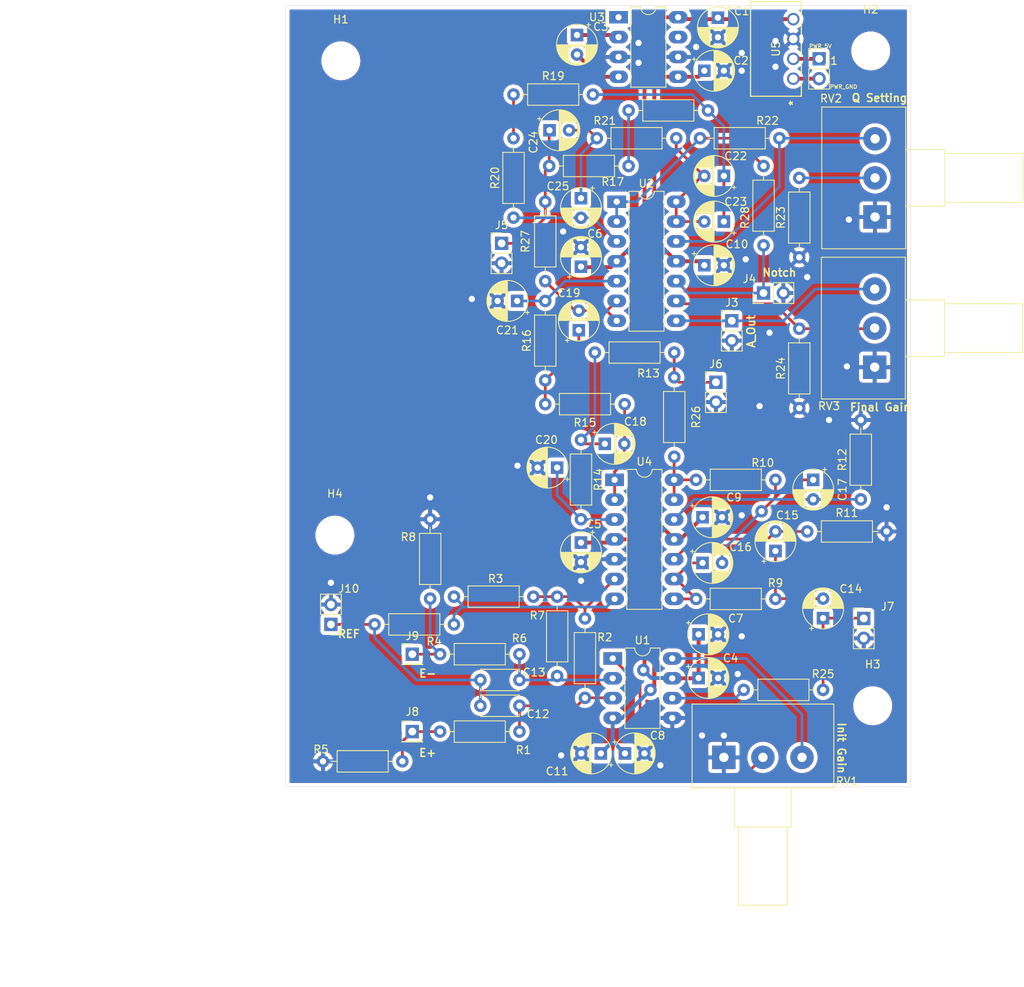
<source format=kicad_pcb>
(kicad_pcb (version 20240108) (generator "pcbnew") (generator_version "8.0")
  (layers (0 "F.Cu" signal) (31 "B.Cu" signal) (34 "B.Paste" user) (35 "F.Paste" user) (36 "B.SilkS" user "B.Silkscreen") (37 "F.SilkS" user "F.Silkscreen") (38 "B.Mask" user) (39 "F.Mask" user) (44 "Edge.Cuts" user))
  (net 0 "")
  (net 1 "GND")
  (net 2 "+5V")
  (net 3 "-5V")
  (net 4 "/C1+")
  (net 5 "/C1-")
  (net 6 "/REF")
  (net 7 "/RC+")
  (net 8 "/RC-")
  (net 9 "/Raw_EEG")
  (net 10 "/1st_HPF_N1")
  (net 11 "/HPF1+")
  (net 12 "/2nd_HPF_N2")
  (net 13 "/1stHPF_Out")
  (net 14 "/HPF2+")
  (net 15 "/1stLPF_Out")
  (net 16 "/1st_LPF_N1")
  (net 17 "/2nd_LPF_N2")
  (net 18 "/Notch_N3")
  (net 19 "/LPF_Out")
  (net 20 "/Notch_N4")
  (net 21 "/E-")
  (net 22 "/E+")
  (net 23 "/Analog_Out")
  (net 24 "/Notch_Out")
  (net 25 "/HPF_Out")
  (net 26 "/DRL_Av")
  (net 27 "/DRL_Out")
  (net 28 "/Notch_N1")
  (net 29 "/Notch_N2")
  (net 30 "/Inst_Out")
  (net 33 "/2ndLPF_Out")
  (net 34 "/Q_Opa_Out2")
  (net 35 "/Notch_N5")
  (net 36 "/2ndHPF_Out")
  (net 37 "/Q_Opa_Out1")
  (net 38 "/notch_Pot+")
  (net 39 "/notch_Pot-")
  (net 40 "/Gain-")
  (net 41 "Net-(RV1-Pad2)")
  (net 42 "Net-(RV1-Pad3)")
  (net 43 "/LPF1+")
  (net 44 "/LPF2+")
  (net 45 "GNDPWR")
  (net 46 "+5VP")
  (footprint "B0505S-1WR2:B0505S-1WR2_MNS" (layer "F.Cu") (at 204.978 54.356 90)
    (property "Reference" "U5")
    (property "Value" "B0505S-1WR2")
  )
  (footprint "Capacitor_THT:CP_Radial_D5.0mm_P2.50mm" (layer "F.Cu") (at 193.588 53.34)
    (property "Reference" "C2")
    (property "Value" "10uF")
  )
  (footprint "Resistor_THT:R_Axial_DIN0207_L6.3mm_D2.5mm_P10.16mm_Horizontal" (layer "F.Cu") (at 169.926 128.016 180)
    (property "Reference" "R6")
    (property "Value" "2k2")
  )
  (footprint "Capacitor_THT:CP_Radial_D5.0mm_P2.50mm" (layer "F.Cu") (at 177.8 78.421113 90)
    (property "Reference" "C6")
    (property "Value" "0.1uF")
  )
  (footprint "Resistor_THT:R_Axial_DIN0207_L6.3mm_D2.5mm_P10.16mm_Horizontal" (layer "F.Cu") (at 179.832 61.976)
    (property "Reference" "R21")
    (property "Value" "680")
  )
  (footprint "Capacitor_THT:CP_Radial_D5.0mm_P2.50mm" (layer "F.Cu") (at 177.8 113.729888 -90)
    (property "Reference" "C5")
    (property "Value" "0.1uF")
  )
  (footprint "Capacitor_THT:CP_Radial_D5.0mm_P2.50mm" (layer "F.Cu") (at 208.788 123.404 90)
    (property "Reference" "C14")
    (property "Value" "1uF")
  )
  (footprint "Package_DIP:DIP-14_W7.62mm_LongPads" (layer "F.Cu") (at 182.372 70.104)
    (property "Reference" "U2")
    (property "Value" "TL074")
  )
  (footprint "Resistor_THT:R_Axial_DIN0207_L6.3mm_D2.5mm_P10.16mm_Horizontal" (layer "F.Cu") (at 173.228 92.964 90)
    (property "Reference" "R16")
    (property "Value" "330")
  )
  (footprint "Potentiometer_THT:Potentiometer_Alps_RK163_Single_Horizontal" (layer "F.Cu") (at 196.088 141.224 90)
    (property "Reference" "RV1")
    (property "Value" "5k")
  )
  (footprint "Resistor_THT:R_Axial_DIN0207_L6.3mm_D2.5mm_P10.16mm_Horizontal" (layer "F.Cu") (at 189.738 89.408 180)
    (property "Reference" "R13")
    (property "Value" "5k1")
  )
  (footprint "Resistor_THT:R_Axial_DIN0207_L6.3mm_D2.5mm_P10.16mm_Horizontal" (layer "F.Cu") (at 158.496 120.904 90)
    (property "Reference" "R8")
    (property "Value" "1Meg")
  )
  (footprint "Resistor_THT:R_Axial_DIN0207_L6.3mm_D2.5mm_P10.16mm_Horizontal" (layer "F.Cu") (at 213.614 108.204 90)
    (property "Reference" "R12")
    (property "Value" "220k")
  )
  (footprint "MountingHole:MountingHole_4.3mm_M4" (layer "F.Cu") (at 214.884 50.8)
    (property "Reference" "H2")
    (property "Value" "MountingHole")
  )
  (footprint "Resistor_THT:R_Axial_DIN0207_L6.3mm_D2.5mm_P10.16mm_Horizontal" (layer "F.Cu") (at 201.168 75.692 90)
    (property "Reference" "R28")
    (property "Value" "10")
  )
  (footprint "Resistor_THT:R_Axial_DIN0207_L6.3mm_D2.5mm_P10.16mm_Horizontal" (layer "F.Cu") (at 194.056 58.42 180)
    (property "Reference" "R18" (hide yes))
    (property "Value" "470")
  )
  (footprint "Connector_PinHeader_2.54mm:PinHeader_1x01_P2.54mm_Vertical" (layer "F.Cu") (at 156.21 128.016)
    (property "Reference" "J9")
    (property "Value" "E-")
  )
  (footprint "Capacitor_THT:CP_Radial_D5.0mm_P2.50mm" (layer "F.Cu") (at 193.358888 116.332)
    (property "Reference" "C16")
    (property "Value" "1uF")
  )
  (footprint "Connector_PinHeader_2.54mm:PinHeader_1x02_P2.54mm_Vertical" (layer "F.Cu") (at 208.28 51.816)
    (property "Reference" "J1")
    (property "Value" "Power")
  )
  (footprint "Capacitor_THT:CP_Radial_D5.0mm_P2.50mm" (layer "F.Cu") (at 193.358888 110.49)
    (property "Reference" "C9")
    (property "Value" "0.1uF")
  )
  (footprint "Capacitor_THT:CP_Radial_D5.0mm_P2.50mm" (layer "F.Cu") (at 195.326 46.546888 -90)
    (property "Reference" "C1")
    (property "Value" "10uF")
  )
  (footprint "Potentiometer_THT:Potentiometer_Alps_RK163_Single_Horizontal" (layer "F.Cu") (at 215.392 91.28 180)
    (property "Reference" "RV3")
    (property "Value" "50k")
  )
  (footprint "Capacitor_THT:CP_Radial_D5.0mm_P2.50mm" (layer "F.Cu") (at 180.848 101.092)
    (property "Reference" "C18")
    (property "Value" "10uF")
  )
  (footprint "Resistor_THT:R_Axial_DIN0207_L6.3mm_D2.5mm_P10.16mm_Horizontal" (layer "F.Cu") (at 202.692 105.704 180)
    (property "Reference" "R10")
    (property "Value" "100k")
  )
  (footprint "Connector_PinHeader_2.54mm:PinHeader_1x02_P2.54mm_Vertical" (layer "F.Cu") (at 195.072 93.213)
    (property "Reference" "J6")
    (property "Value" "HPF_Out")
  )
  (footprint "Capacitor_THT:CP_Radial_D5.0mm_P2.50mm" (layer "F.Cu") (at 192.850888 125.476)
    (property "Reference" "C7")
    (property "Value" "10uF")
  )
  (footprint "Resistor_THT:R_Axial_DIN0207_L6.3mm_D2.5mm_P10.16mm_Horizontal" (layer "F.Cu") (at 206.756 112.308)
    (property "Reference" "R11")
    (property "Value" "220k")
  )
  (footprint "Connector_PinHeader_2.54mm:PinHeader_1x02_P2.54mm_Vertical" (layer "F.Cu") (at 201.163 81.788 90)
    (property "Reference" "J4")
    (property "Value" "Notch_Out")
  )
  (footprint "Capacitor_THT:CP_Radial_D5.0mm_P2.50mm" (layer "F.Cu") (at 180.34 140.716 180)
    (property "Reference" "C11")
    (property "Value" "10uF")
  )
  (footprint "Resistor_THT:R_Axial_DIN0207_L6.3mm_D2.5mm_P10.16mm_Horizontal" (layer "F.Cu") (at 178.308 133.604 90)
    (property "Reference" "R2")
    (property "Value" "47k")
  )
  (footprint "Capacitor_THT:CP_Radial_D5.0mm_P2.50mm" (layer "F.Cu") (at 177.292 48.768 -90)
    (property "Reference" "C3")
    (property "Value" "10uF")
  )
  (footprint "Connector_PinHeader_2.54mm:PinHeader_1x01_P2.54mm_Vertical" (layer "F.Cu") (at 156.21 137.922)
    (property "Reference" "J8")
    (property "Value" "E+")
  )
  (footprint "MountingHole:MountingHole_4.3mm_M4" (layer "F.Cu") (at 146.304 112.776)
    (property "Reference" "H4")
    (property "Value" "MountingHole")
  )
  (footprint "Capacitor_THT:CP_Radial_D5.0mm_P2.50mm" (layer "F.Cu") (at 196.088 66.802 180)
    (property "Reference" "C22")
    (property "Value" "2.2uF")
  )
  (footprint "Capacitor_THT:CP_Radial_D5.0mm_P2.50mm" (layer "F.Cu") (at 202.692 114.808 90)
    (property "Reference" "C15")
    (property "Value" "1uF")
  )
  (footprint "Resistor_THT:R_Axial_DIN0207_L6.3mm_D2.5mm_P10.16mm_Horizontal" (layer "F.Cu") (at 202.692 120.944 180)
    (property "Reference" "R9")
    (property "Value" "100k")
  )
  (footprint "Capacitor_THT:CP_Radial_D5.0mm_P2.50mm" (layer "F.Cu") (at 173.776 60.96)
    (property "Reference" "C24")
    (property "Value" "2.2uF")
  )
  (footprint "Connector_PinHeader_2.54mm:PinHeader_1x02_P2.54mm_Vertical" (layer "F.Cu") (at 213.995 123.444)
    (property "Reference" "J7")
    (property "Value" "Raw_EEG")
  )
  (footprint "Package_DIP:DIP-8_W7.62mm_LongPads" (layer "F.Cu") (at 182.611 46.492)
    (property "Reference" "U3")
    (property "Value" "ICL7660")
  )
  (footprint "Resistor_THT:R_Axial_DIN0207_L6.3mm_D2.5mm_P10.16mm_Horizontal" (layer "F.Cu") (at 183.896 65.532 180)
    (property "Reference" "R17")
    (property "Value" "1k")
  )
  (footprint "Capacitor_THT:CP_Radial_D5.0mm_P2.50mm" (layer "F.Cu") (at 183.428 140.716)
    (property "Reference" "C8")
    (property "Value" "0.1uF")
  )
  (footprint "Capacitor_THT:CP_Radial_D5.0mm_P2.50mm" (layer "F.Cu") (at 192.850888 131.064)
    (property "Reference" "C4")
    (property "Value" "0.1uF")
  )
  (footprint "Resistor_THT:R_Axial_DIN0207_L6.3mm_D2.5mm_P10.16mm_Horizontal" (layer "F.Cu") (at 205.74 77.216 90)
    (property "Reference" "R23")
    (property "Value" "300k")
  )
  (footprint "Capacitor_THT:CP_Radial_D5.0mm_P2.50mm" (layer "F.Cu") (at 174.752 104.14 180)
    (property "Reference" "C20")
    (property "Value" "1uF")
  )
  (footprint "Capacitor_THT:CP_Radial_D5.0mm_P2.50mm" (layer "F.Cu") (at 169.632 82.804 180)
    (property "Reference" "C21")
    (property "Value" "1uF")
  )
  (footprint "Resistor_THT:R_Axial_DIN0207_L6.3mm_D2.5mm_P10.16mm_Horizontal" (layer "F.Cu") (at 189.738 102.743 90)
    (property "Reference" "R26")
    (property "Value" "10")
  )
  (footprint "Package_DIP:DIP-8_W7.62mm_LongPads" (layer "F.Cu") (at 181.864 128.564)
    (property "Reference" "U1")
    (property "Value" "AD620")
  )
  (footprint "Resistor_THT:R_Axial_DIN0207_L6.3mm_D2.5mm_P10.16mm_Horizontal" (layer "F.Cu") (at 169.164 56.388)
    (property "Reference" "R19")
    (property "Value" "1k")
  )
  (footprint "MountingHole:MountingHole_4.3mm_M4" (layer "F.Cu") (at 147.066 52.07)
    (property "Reference" "H1")
    (property "Value" "MountingHole")
  )
  (footprint "Capacitor_THT:C_Disc_D4.7mm_W2.5mm_P5.00mm" (layer "F.Cu") (at 169.926 131.318 180)
    (property "Reference" "C13")
    (property "Value" "1nF")
  )
  (footprint "Capacitor_THT:C_Disc_D4.7mm_W2.5mm_P5.00mm" (layer "F.Cu") (at 169.926 134.62 180)
    (property "Reference" "C12")
    (property "Value" "1nF")
  )
  (footprint "Resistor_THT:R_Axial_DIN0207_L6.3mm_D2.5mm_P10.16mm_Horizontal" (layer "F.Cu") (at 203.2 61.976 180)
    (property "Reference" "R22")
    (property "Value" "20k")
  )
  (footprint "Resistor_THT:R_Axial_DIN0207_L6.3mm_D2.5mm_P10.16mm_Horizontal" (layer "F.Cu") (at 183.388 96.012 180)
    (property "Reference" "R15")
    (property "Value" "5k1")
  )
  (footprint "Connector_PinHeader_2.54mm:PinHeader_1x02_P2.54mm_Vertical" (layer "F.Cu") (at 167.64 75.433)
    (property "Reference" "J5")
    (property "Value" "LPF_Out")
  )
  (footprint "Capacitor_THT:CP_Radial_D5.0mm_P2.50mm" (layer "F.Cu") (at 177.8 69.660888 -90)
    (property "Reference" "C25")
    (property "Value" "2.2uF")
  )
  (footprint "Resistor_THT:R_Axial_DIN0207_L6.3mm_D2.5mm_P10.16mm_Horizontal" (layer "F.Cu") (at 169.926 137.922 180)
    (property "Reference" "R1")
    (property "Value" "2k2")
  )
  (footprint "Resistor_THT:R_Axial_DIN0207_L6.3mm_D2.5mm_P10.16mm_Horizontal" (layer "F.Cu") (at 177.8 100.584 -90)
    (property "Reference" "R14")
    (property "Value" "330")
  )
  (footprint "Capacitor_THT:CP_Radial_D5.0mm_P2.50mm" (layer "F.Cu") (at 193.588 78.232)
    (property "Reference" "C10")
    (property "Value" "0.1uF")
  )
  (footprint "Capacitor_THT:CP_Radial_D5.0mm_P2.50mm" (layer "F.Cu") (at 177.521112 86.549113 90)
    (property "Reference" "C19")
    (property "Value" "10uF")
  )
  (footprint "Resistor_THT:R_Axial_DIN0207_L6.3mm_D2.5mm_P10.16mm_Horizontal" (layer "F.Cu") (at 161.544 124.206 180)
    (property "Reference" "R4")
    (property "Value" "470k")
  )
  (footprint "Connector_PinHeader_2.54mm:PinHeader_1x02_P2.54mm_Vertical" (layer "F.Cu") (at 197.104 85.344)
    (property "Reference" "J3")
    (property "Value" "Output")
  )
  (footprint "Resistor_THT:R_Axial_DIN0207_L6.3mm_D2.5mm_P10.16mm_Horizontal" (layer "F.Cu") (at 173.228 70.104 -90)
    (property "Reference" "R27")
    (property "Value" "10")
  )
  (footprint "Capacitor_THT:CP_Radial_D5.0mm_P2.50mm" (layer "F.Cu") (at 196.088 72.644 180)
    (property "Reference" "C23")
    (property "Value" "2.2uF")
  )
  (footprint "Resistor_THT:R_Axial_DIN0207_L6.3mm_D2.5mm_P10.16mm_Horizontal" (layer "F.Cu") (at 208.788 132.588 180)
    (property "Reference" "R25")
    (property "Value" "10")
  )
  (footprint "Resistor_THT:R_Axial_DIN0207_L6.3mm_D2.5mm_P10.16mm_Horizontal" (layer "F.Cu") (at 169.164 72.136 90)
    (property "Reference" "R20")
    (property "Value" "470")
  )
  (footprint "Resistor_THT:R_Axial_DIN0207_L6.3mm_D2.5mm_P10.16mm_Horizontal" (layer "F.Cu") (at 171.704 120.65 180)
    (property "Reference" "R3")
    (property "Value" "680k")
  )
  (footprint "Resistor_THT:R_Axial_DIN0207_L6.3mm_D2.5mm_P10.16mm_Horizontal" (layer "F.Cu") (at 174.752 130.81 90)
    (property "Reference" "R7")
    (property "Value" "47k")
  )
  (footprint "Resistor_THT:R_Axial_DIN0207_L6.3mm_D2.5mm_P10.16mm_Horizontal" (layer "F.Cu") (at 154.94 141.732 180)
    (property "Reference" "R5")
    (property "Value" "1Meg")
  )
  (footprint "Package_DIP:DIP-14_W7.62mm_LongPads" (layer "F.Cu") (at 182.103 105.699)
    (property "Reference" "U4")
    (property "Value" "TL074")
  )
  (footprint "Connector_PinHeader_2.54mm:PinHeader_1x02_P2.54mm_Vertical" (layer "F.Cu") (at 145.796 124.206 180)
    (property "Reference" "J10")
    (property "Value" "Conn_01x02_Pin")
  )
  (footprint "Capacitor_THT:CP_Radial_D5.0mm_P2.50mm" (layer "F.Cu") (at 207.518 105.704 -90)
    (property "Reference" "C17")
    (property "Value" "1uF")
  )
  (footprint "Potentiometer_THT:Potentiometer_Alps_RK163_Single_Horizontal" (layer "F.Cu") (at 215.438 72.056 180)
    (property "Reference" "RV2")
    (property "Value" "500k")
  )
  (footprint "MountingHole:MountingHole_4.3mm_M4" (layer "F.Cu") (at 215.138 134.62)
    (property "Reference" "H3")
    (property "Value" "MountingHole")
  )
  (footprint "Resistor_THT:R_Axial_DIN0207_L6.3mm_D2.5mm_P10.16mm_Horizontal" (layer "F.Cu") (at 205.74 96.52 90)
    (property "Reference" "R24")
    (property "Value" "200")
  )
  (gr_line (start 220 145) (end 220 45) (stroke (width 0.05)) (layer "Edge.Cuts"))
  (gr_line (start 140 45) (end 140 145) (stroke (width 0.05)) (layer "Edge.Cuts"))
  (gr_line (start 220 45) (end 140 45) (stroke (width 0.05)) (layer "Edge.Cuts"))
  (gr_line (start 140 145) (end 220 145) (stroke (width 0.05)) (layer "Edge.Cuts"))
  (gr_text "Init Gain" (at 210.566 136.652 270) (layer "F.SilkS") (effects (font (size 1 1) (thickness 0.2) (bold yes)) (justify left bottom)))
  (gr_text "E-" (at 156.972 131.064 0) (layer "F.SilkS") (effects (font (size 1 1) (thickness 0.2) (bold yes)) (justify left bottom)))
  (gr_text "Final Gain" (at 212.114 96.994 0) (layer "F.SilkS") (effects (font (size 1 1) (thickness 0.2) (bold yes)) (justify left bottom)))
  (gr_text "E+" (at 156.972 141.224 0) (layer "F.SilkS") (effects (font (size 1 1) (thickness 0.2) (bold yes)) (justify left bottom)))
  (gr_text "Q Setting" (at 212.344 57.404 0) (layer "F.SilkS") (effects (font (size 1 1) (thickness 0.2) (bold yes)) (justify left bottom)))
  (gr_text "PWR_GND" (at 209.61 55.686 0) (layer "F.SilkS") (effects (font (size 0.5 0.5) (thickness 0.1)) (justify left bottom)))
  (gr_text "PWR_5V\n" (at 206.95 50.486 0) (layer "F.SilkS") (effects (font (size 0.5 0.5) (thickness 0.1)) (justify left bottom)))
  (gr_text "Notch" (at 200.914 79.756 0) (layer "F.SilkS") (effects (font (size 1 1) (thickness 0.2) (bold yes)) (justify left bottom)))
  (gr_text "A_Out" (at 200.152 88.9 90) (layer "F.SilkS") (effects (font (size 1 1) (thickness 0.2) (bold yes)) (justify left bottom)))
  (gr_text "REF" (at 146.58 126.006 0) (layer "F.SilkS") (effects (font (size 1 1) (thickness 0.2) (bold yes)) (justify left bottom)))
  (via (at 209.55 98.044) (size 1.6) (drill 0.8) (layers "F.Cu" "B.Cu") (net 1))
  (via (at 158.496 107.95) (size 1.6) (drill 0.8) (layers "F.Cu" "B.Cu") (net 1))
  (via (at 201.93 86.868) (size 1.6) (drill 0.8) (layers "F.Cu" "B.Cu") (net 1))
  (via (at 211.836 91.186) (size 1.6) (drill 0.8) (layers "F.Cu" "B.Cu") (net 1))
  (via (at 185.166 49.784) (size 1.6) (drill 0.8) (layers "F.Cu" "B.Cu") (net 1))
  (via (at 187.96 142.24) (size 1.6) (drill 0.8) (layers "F.Cu" "B.Cu") (net 1))
  (via (at 145.796 118.872) (size 1.6) (drill 0.8) (layers "F.Cu" "B.Cu") (net 1))
  (via (at 198.374 125.73) (size 1.6) (drill 0.8) (layers "F.Cu" "B.Cu") (net 1))
  (via (at 192.532 50.292) (size 1.6) (drill 0.8) (layers "F.Cu" "B.Cu") (net 1))
  (via (at 197.866 130.556) (size 1.6) (drill 0.8) (layers "F.Cu" "B.Cu") (net 1))
  (via (at 169.672 103.886) (size 1.6) (drill 0.8) (layers "F.Cu" "B.Cu") (net 1))
  (via (at 193.294 138.43) (size 1.6) (drill 0.8) (layers "F.Cu" "B.Cu") (net 1))
  (via (at 163.83 82.55) (size 1.6) (drill 0.8) (layers "F.Cu" "B.Cu") (net 1))
  (via (at 175.26 140.97) (size 1.6) (drill 0.8) (layers "F.Cu" "B.Cu") (net 1))
  (via (at 198.374 110.236) (size 1.6) (drill 0.8) (layers "F.Cu" "B.Cu") (net 1))
  (via (at 198.882 77.47) (size 1.6) (drill 0.8) (layers "F.Cu" "B.Cu") (net 1))
  (via (at 198.374 51.054) (size 1.6) (drill 0.8) (layers "F.Cu" "B.Cu") (net 1))
  (via (at 216.916 109.22) (size 1.6) (drill 0.8) (layers "F.Cu" "B.Cu") (net 1))
  (via (at 196.088 138.43) (size 1.6) (drill 0.8) (layers "F.Cu" "B.Cu") (net 1))
  (via (at 200.66 96.266) (size 1.6) (drill 0.8) (layers "F.Cu" "B.Cu") (net 1))
  (via (at 202.692 49.53) (size 1.6) (drill 0.8) (layers "F.Cu" "B.Cu") (net 1))
  (via (at 175.514 73.914) (size 1.6) (drill 0.8) (layers "F.Cu" "B.Cu") (net 1))
  (via (at 206.756 79.756) (size 1.6) (drill 0.8) (layers "F.Cu" "B.Cu") (net 1))
  (via (at 202.692 52.832) (size 1.6) (drill 0.8) (layers "F.Cu" "B.Cu") (net 1))
  (via (at 198.374 53.34) (size 1.6) (drill 0.8) (layers "F.Cu" "B.Cu") (net 1))
  (via (at 212.09 72.39) (size 1.6) (drill 0.8) (layers "F.Cu" "B.Cu") (net 1))
  (via (at 177.8 118.618) (size 1.6) (drill 0.8) (layers "F.Cu" "B.Cu") (net 1))
  (via (at 185.166 52.324) (size 1.6) (drill 0.8) (layers "F.Cu" "B.Cu") (net 1))
  (segment (start 185.166 52.324) (end 185.156 52.324) (width 0.5) (layer "B.Cu") (net 1))
  (segment (start 185.156 52.324) (end 184.404 51.572) (width 0.5) (layer "B.Cu") (net 1))
  (segment (start 185.166 52.324) (end 185.42 52.07) (width 0.5) (layer "B.Cu") (net 1))
  (segment (start 185.42 52.07) (end 185.43 52.07) (width 0.5) (layer "B.Cu") (net 1))
  (segment (start 185.928 51.572) (end 190.231 51.572) (width 0.5) (layer "B.Cu") (net 1))
  (segment (start 182.611 51.572) (end 184.404 51.572) (width 0.5) (layer "B.Cu") (net 1))
  (segment (start 184.404 51.572) (end 185.928 51.572) (width 0.5) (layer "B.Cu") (net 1))
  (segment (start 185.43 52.07) (end 185.928 51.572) (width 0.5) (layer "B.Cu") (net 1))
  (segment (start 192.810888 131.104) (end 192.850888 131.064) (width 0.5) (layer "F.Cu") (net 2))
  (segment (start 182.103 113.319) (end 184.623 113.319) (width 0.5) (layer "F.Cu") (net 2))
  (segment (start 177.8 113.729888) (end 181.692112 113.729888) (width 0.5) (layer "F.Cu") (net 2))
  (segment (start 204.978 46.736) (end 190.475 46.736) (width 0.5) (layer "F.Cu") (net 2))
  (segment (start 181.61 78.486) (end 182.372 77.724) (width 0.5) (layer "F.Cu") (net 2))
  (segment (start 177.864887 78.486) (end 181.61 78.486) (width 0.5) (layer "F.Cu") (net 2))
  (segment (start 177.8 78.421113) (end 177.864887 78.486) (width 0.5) (layer "F.Cu") (net 2))
  (segment (start 185.928 53.541899) (end 185.928 74.168) (width 0.5) (layer "F.Cu") (net 2))
  (segment (start 182.372 77.724) (end 185.928 74.168) (width 0.5) (layer "F.Cu") (net 2))
  (segment (start 189.484 131.104) (end 192.810888 131.104) (width 0.5) (layer "F.Cu") (net 2))
  (segment (start 186.566 47.876) (end 186.566 52.903899) (width 0.5) (layer "F.Cu") (net 2))
  (segment (start 185.786 130.048) (end 185.928 129.906) (width 0.5) (layer "F.Cu") (net 2))
  (segment (start 192.850888 131.064) (end 192.850888 125.476) (width 0.5) (layer "F.Cu") (net 2))
  (segment (start 186.566 52.903899) (end 185.928 53.541899) (width 0.5) (layer "F.Cu") (net 2))
  (segment (start 190.475 46.736) (end 190.231 46.492) (width 0.5) (layer "F.Cu") (net 2))
  (segment (start 185.928 74.168) (end 185.928 112.014) (width 0.5) (layer "F.Cu") (net 2))
  (segment (start 187.95 46.492) (end 186.566 47.876) (width 0.5) (layer "F.Cu") (net 2))
  (segment (start 181.692112 113.729888) (end 182.103 113.319) (width 0.5) (layer "F.Cu") (net 2))
  (segment (start 185.928 129.906) (end 185.928 112.014) (width 0.5) (layer "F.Cu") (net 2))
  (segment (start 184.623 113.319) (end 185.928 112.014) (width 0.5) (layer "F.Cu") (net 2))
  (segment (start 190.231 46.492) (end 187.95 46.492) (width 0.5) (layer "F.Cu") (net 2))
  (via (at 185.786 130.048) (size 1.6) (drill 0.8) (layers "F.Cu" "B.Cu") (net 2))
  (segment (start 189.444 131.064) (end 189.484 131.104) (width 0.5) (layer "B.Cu") (net 2))
  (segment (start 185.786 130.048) (end 186.802 131.064) (width 0.5) (layer "B.Cu") (net 2))
  (segment (start 186.802 131.064) (end 189.444 131.064) (width 0.5) (layer "B.Cu") (net 2))
  (segment (start 189.723 113.319) (end 190.529888 113.319) (width 0.5) (layer "F.Cu") (net 3))
  (segment (start 190.529888 113.319) (end 193.358888 110.49) (width 0.5) (layer "F.Cu") (net 3))
  (segment (start 189.723 113.281) (end 187.186 110.744) (width 0.5) (layer "F.Cu") (net 3))
  (segment (start 189.992 77.724) (end 187.198 74.93) (width 0.5) (layer "F.Cu") (net 3))
  (segment (start 187.186 130.81) (end 187.186 129.806) (width 0.5) (layer "F.Cu") (net 3))
  (segment (start 187.198 74.93) (end 187.186 74.93) (width 0.5) (layer "F.Cu") (net 3))
  (segment (start 187.186 74.93) (end 187.186 110.744) (width 0.5) (layer "F.Cu") (net 3))
  (segment (start 187.452 55.118) (end 187.186 55.384) (width 0.5) (layer "F.Cu") (net 3))
  (segment (start 193.08 77.724) (end 193.588 78.232) (width 0.5) (layer "F.Cu") (net 3))
  (segment (start 187.452 55.118) (end 187.462 55.118) (width 0.5) (layer "F.Cu") (net 3))
  (segment (start 187.186 129.806) (end 187.186 132.092) (width 0.5) (layer "F.Cu") (net 3))
  (segment (start 190.231 54.112) (end 192.816 54.112) (width 0.5) (layer "F.Cu") (net 3))
  (segment (start 187.186 55.384) (end 187.186 74.93) (width 0.5) (layer "F.Cu") (net 3))
  (segment (start 189.723 113.319) (end 189.723 113.281) (width 0.5) (layer "F.Cu") (net 3))
  (segment (start 187.186 110.744) (end 187.186 130.81) (width 0.5) (layer "F.Cu") (net 3))
  (segment (start 192.816 54.112) (end 193.588 53.34) (width 0.5) (layer "F.Cu") (net 3))
  (segment (start 187.462 55.118) (end 188.468 54.112) (width 0.5) (layer "F.Cu") (net 3))
  (segment (start 189.992 77.724) (end 193.08 77.724) (width 0.5) (layer "F.Cu") (net 3))
  (segment (start 190.231 54.112) (end 188.468 54.112) (width 0.5) (layer "F.Cu") (net 3))
  (segment (start 187.186 132.092) (end 186.69 132.588) (width 0.5) (layer "F.Cu") (net 3))
  (via (at 186.69 132.588) (size 1.6) (drill 0.8) (layers "F.Cu" "B.Cu") (net 3))
  (segment (start 181.864 136.184) (end 181.864 139.192) (width 0.5) (layer "B.Cu") (net 3))
  (segment (start 183.388 140.716) (end 183.428 140.716) (width 0.5) (layer "B.Cu") (net 3))
  (segment (start 180.34 140.716) (end 181.864 139.192) (width 0.5) (layer "B.Cu") (net 3))
  (segment (start 181.864 136.184) (end 183.094 136.184) (width 0.5) (layer "B.Cu") (net 3))
  (segment (start 181.864 139.192) (end 183.388 140.716) (width 0.5) (layer "B.Cu") (net 3))
  (segment (start 183.094 136.184) (end 186.69 132.588) (width 0.5) (layer "B.Cu") (net 3))
  (segment (start 182.347 48.768) (end 182.611 49.032) (width 0.5) (layer "F.Cu") (net 4))
  (segment (start 177.292 48.768) (end 182.347 48.768) (width 0.5) (layer "F.Cu") (net 4))
  (segment (start 180.136 54.112) (end 177.292 51.268) (width 0.5) (layer "F.Cu") (net 5))
  (segment (start 182.611 54.112) (end 180.136 54.112) (width 0.5) (layer "F.Cu") (net 5))
  (segment (start 145.796 124.206) (end 151.384 124.206) (width 0.35) (layer "F.Cu") (net 6))
  (segment (start 164.926 131.318) (end 156.762 131.318) (width 0.35) (layer "B.Cu") (net 6))
  (segment (start 164.926 131.318) (end 164.926 134.62) (width 0.35) (layer "B.Cu") (net 6))
  (segment (start 156.762 131.318) (end 151.384 125.94) (width 0.35) (layer "B.Cu") (net 6))
  (segment (start 151.384 125.94) (end 151.384 124.206) (width 0.35) (layer "B.Cu") (net 6))
  (segment (start 169.926 134.62) (end 177.292 134.62) (width 0.35) (layer "F.Cu") (net 7))
  (segment (start 181.824 133.604) (end 181.864 133.644) (width 0.35) (layer "F.Cu") (net 7))
  (segment (start 169.926 137.922) (end 169.926 134.62) (width 0.35) (layer "F.Cu") (net 7))
  (segment (start 178.308 133.604) (end 181.824 133.604) (width 0.35) (layer "F.Cu") (net 7))
  (segment (start 177.292 134.62) (end 178.308 133.604) (width 0.35) (layer "F.Cu") (net 7))
  (segment (start 175.514 131.318) (end 181.65 131.318) (width 0.35) (layer "B.Cu") (net 8))
  (segment (start 169.926 131.318) (end 175.514 131.318) (width 0.35) (layer "B.Cu") (net 8))
  (segment (start 175.514 131.318) (end 175.26 131.318) (width 0.35) (layer "B.Cu") (net 8))
  (segment (start 175.26 131.318) (end 174.752 130.81) (width 0.35) (layer "B.Cu") (net 8))
  (segment (start 181.65 131.318) (end 181.864 131.104) (width 0.35) (layer "B.Cu") (net 8))
  (segment (start 169.926 128.016) (end 169.926 131.318) (width 0.35) (layer "B.Cu") (net 8))
  (segment (start 208.788 132.588) (end 208.788 123.404) (width 0.35) (layer "F.Cu") (net 9))
  (segment (start 213.955 123.404) (end 213.995 123.444) (width 0.35) (layer "F.Cu") (net 9))
  (segment (start 208.788 123.404) (end 213.955 123.404) (width 0.35) (layer "F.Cu") (net 9))
  (segment (start 208.788 120.904) (end 202.732 120.904) (width 0.35) (layer "F.Cu") (net 10))
  (segment (start 202.732 120.904) (end 202.692 120.944) (width 0.35) (layer "F.Cu") (net 10))
  (segment (start 202.692 120.944) (end 202.692 114.808) (width 0.35) (layer "F.Cu") (net 10))
  (segment (start 189.723 115.859) (end 192.298 113.284) (width 0.35) (layer "F.Cu") (net 11))
  (segment (start 202.692 112.308) (end 206.756 112.308) (width 0.35) (layer "F.Cu") (net 11))
  (segment (start 192.298 113.284) (end 201.716 113.284) (width 0.35) (layer "F.Cu") (net 11))
  (segment (start 201.716 113.284) (end 202.692 112.308) (width 0.35) (layer "F.Cu") (net 11))
  (segment (start 202.692 107.95) (end 202.692 105.704) (width 0.35) (layer "F.Cu") (net 12))
  (segment (start 200.914 109.728) (end 202.692 107.95) (width 0.35) (layer "F.Cu") (net 12))
  (segment (start 204.938 105.704) (end 207.518 105.704) (width 0.35) (layer "F.Cu") (net 12))
  (segment (start 202.692 107.95) (end 204.938 105.704) (width 0.35) (layer "F.Cu") (net 12))
  (via (at 200.914 109.728) (size 1.6) (drill 0.8) (layers "F.Cu" "B.Cu") (net 12))
  (segment (start 195.858888 114.783112) (end 200.914 109.728) (width 0.35) (layer "B.Cu") (net 12))
  (segment (start 195.858888 116.332) (end 195.858888 114.783112) (width 0.35) (layer "B.Cu") (net 12))
  (segment (start 191.79 116.332) (end 189.723 118.399) (width 0.35) (layer "F.Cu") (net 13))
  (segment (start 193.358888 116.332) (end 191.79 116.332) (width 0.35) (layer "F.Cu") (net 13))
  (segment (start 189.987 118.399) (end 192.532 120.944) (width 0.35) (layer "F.Cu") (net 13))
  (segment (start 189.728 120.944) (end 189.723 120.939) (width 0.35) (layer "F.Cu") (net 13))
  (segment (start 192.532 120.944) (end 189.728 120.944) (width 0.35) (layer "F.Cu") (net 13))
  (segment (start 189.723 118.399) (end 189.987 118.399) (width 0.35) (layer "F.Cu") (net 13))
  (segment (start 207.518 108.204) (end 213.614 108.204) (width 0.35) (layer "B.Cu") (net 14))
  (segment (start 189.723 110.779) (end 192.298 108.204) (width 0.35) (layer "B.Cu") (net 14))
  (segment (start 192.298 108.204) (end 207.518 108.204) (width 0.35) (layer "B.Cu") (net 14))
  (segment (start 182.103 105.699) (end 182.103 104.663) (width 0.35) (layer "F.Cu") (net 15))
  (segment (start 183.348 100.878) (end 183.388 100.838) (width 0.35) (layer "F.Cu") (net 15))
  (segment (start 183.388 100.838) (end 183.388 96.012) (width 0.35) (layer "F.Cu") (net 15))
  (segment (start 183.348 103.418) (end 183.348 101.092) (width 0.35) (layer "F.Cu") (net 15))
  (segment (start 182.103 104.663) (end 183.348 103.418) (width 0.35) (layer "F.Cu") (net 15))
  (segment (start 182.103 108.239) (end 182.103 105.699) (width 0.35) (layer "F.Cu") (net 15))
  (segment (start 183.348 101.092) (end 183.348 100.878) (width 0.35) (layer "F.Cu") (net 15))
  (segment (start 178.308 101.092) (end 177.8 100.584) (width 0.35) (layer "F.Cu") (net 16))
  (segment (start 180.848 101.092) (end 178.308 101.092) (width 0.35) (layer "F.Cu") (net 16))
  (segment (start 179.578 98.806) (end 179.578 89.408) (width 0.35) (layer "B.Cu") (net 16))
  (segment (start 177.8 100.584) (end 179.578 98.806) (width 0.35) (layer "B.Cu") (net 16))
  (segment (start 173.228 92.964) (end 177.521112 88.670888) (width 0.35) (layer "F.Cu") (net 17))
  (segment (start 177.521112 88.670888) (end 177.521112 86.549113) (width 0.35) (layer "F.Cu") (net 17))
  (segment (start 173.228 96.012) (end 173.228 92.964) (width 0.35) (layer "F.Cu") (net 17))
  (segment (start 196.088 72.644) (end 196.088 66.802) (width 0.35) (layer "F.Cu") (net 18))
  (segment (start 196.088 60.452) (end 194.056 58.42) (width 0.35) (layer "B.Cu") (net 18))
  (segment (start 192.024 56.388) (end 179.324 56.388) (width 0.35) (layer "B.Cu") (net 18))
  (segment (start 194.056 58.42) (end 192.024 56.388) (width 0.35) (layer "B.Cu") (net 18))
  (segment (start 196.088 66.802) (end 196.088 60.452) (width 0.35) (layer "B.Cu") (net 18))
  (segment (start 173.736 65.532) (end 173.736 61) (width 0.35) (layer "F.Cu") (net 19))
  (segment (start 173.228 66.04) (end 173.736 65.532) (width 0.35) (layer "F.Cu") (net 19))
  (segment (start 167.64 75.433) (end 169.931 75.433) (width 0.35) (layer "F.Cu") (net 19))
  (segment (start 169.931 75.433) (end 173.228 72.136) (width 0.35) (layer "F.Cu") (net 19))
  (segment (start 173.736 61) (end 173.776 60.96) (width 0.35) (layer "F.Cu") (net 19))
  (segment (start 173.228 72.136) (end 173.228 70.104) (width 0.35) (layer "F.Cu") (net 19))
  (segment (start 173.228 70.104) (end 173.228 66.04) (width 0.35) (layer "F.Cu") (net 19))
  (segment (start 178.816 60.96) (end 179.832 61.976) (width 0.35) (layer "F.Cu") (net 20))
  (segment (start 176.276 60.96) (end 178.816 60.96) (width 0.35) (layer "F.Cu") (net 20))
  (segment (start 177.8 64.008) (end 177.8 69.660888) (width 0.35) (layer "B.Cu") (net 20))
  (segment (start 179.832 61.976) (end 177.8 64.008) (width 0.35) (layer "B.Cu") (net 20))
  (segment (start 156.21 128.016) (end 159.766 128.016) (width 0.35) (layer "F.Cu") (net 21))
  (segment (start 158.496 126.746) (end 158.496 120.904) (width 0.35) (layer "B.Cu") (net 21))
  (segment (start 159.766 128.016) (end 158.496 126.746) (width 0.35) (layer "B.Cu") (net 21))
  (segment (start 154.94 139.192) (end 156.21 137.922) (width 0.35) (layer "F.Cu") (net 22))
  (segment (start 156.21 137.922) (end 159.766 137.922) (width 0.35) (layer "F.Cu") (net 22))
  (segment (start 154.94 141.732) (end 154.94 139.192) (width 0.35) (layer "F.Cu") (net 22))
  (segment (start 197.104 85.344) (end 203.708 85.344) (width 0.35) (layer "B.Cu") (net 23))
  (segment (start 189.992 85.344) (end 197.104 85.344) (width 0.35) (layer "B.Cu") (net 23))
  (segment (start 203.708 85.344) (end 207.772 81.28) (width 0.35) (layer "B.Cu") (net 23))
  (segment (start 207.772 81.28) (end 215.392 81.28) (width 0.35) (layer "B.Cu") (net 23))
  (segment (start 201.163 81.788) (end 191.516 81.788) (width 0.35) (layer "B.Cu") (net 24))
  (segment (start 201.163 75.697) (end 201.168 75.692) (width 0.35) (layer "B.Cu") (net 24))
  (segment (start 201.163 81.788) (end 201.163 75.697) (width 0.35) (layer "B.Cu") (net 24))
  (segment (start 191.516 81.788) (end 189.992 80.264) (width 0.35) (layer "B.Cu") (net 24))
  (segment (start 190.368 93.213) (end 189.738 92.583) (width 0.35) (layer "F.Cu") (net 25))
  (segment (start 195.072 93.213) (end 190.368 93.213) (width 0.35) (layer "F.Cu") (net 25))
  (segment (start 189.738 92.583) (end 189.738 89.408) (width 0.35) (layer "F.Cu") (net 25))
  (segment (start 176.764 120.65) (end 178.308 122.194) (width 0.35) (layer "F.Cu") (net 26))
  (segment (start 174.752 120.65) (end 176.764 120.65) (width 0.35) (layer "F.Cu") (net 26))
  (segment (start 178.308 123.444) (end 178.308 122.194) (width 0.35) (layer "F.Cu") (net 26))
  (segment (start 174.752 120.65) (end 171.704 120.65) (width 0.35) (layer "F.Cu") (net 26))
  (segment (start 178.308 122.194) (end 182.103 118.399) (width 0.35) (layer "F.Cu") (net 26))
  (segment (start 162.569 121.675) (end 161.544 120.65) (width 0.35) (layer "B.Cu") (net 27))
  (segment (start 162.569 121.975) (end 162.569 121.675) (width 0.35) (layer "B.Cu") (net 27))
  (segment (start 162.569 121.975) (end 181.067 121.975) (width 0.35) (layer "B.Cu") (net 27))
  (segment (start 161.544 123) (end 162.569 121.975) (width 0.35) (layer "B.Cu") (net 27))
  (segment (start 181.067 121.975) (end 182.103 120.939) (width 0.35) (layer "B.Cu") (net 27))
  (segment (start 161.544 124.206) (end 161.544 123) (width 0.35) (layer "B.Cu") (net 27))
  (segment (start 183.896 65.532) (end 183.896 58.42) (width 0.35) (layer "B.Cu") (net 28))
  (segment (start 169.164 61.976) (end 169.164 56.388) (width 0.35) (layer "F.Cu") (net 29))
  (segment (start 189.484 133.644) (end 197.572 133.644) (width 0.35) (layer "B.Cu") (net 30))
  (segment (start 197.572 133.644) (end 198.628 132.588) (width 0.35) (layer "B.Cu") (net 30))
  (segment (start 173.228 80.264) (end 177.013113 84.049113) (width 0.35) (layer "F.Cu") (net 33))
  (segment (start 182.372 82.804) (end 181.126887 84.049113) (width 0.35) (layer "F.Cu") (net 33))
  (segment (start 181.077113 84.049113) (end 177.521112 84.049113) (width 0.35) (layer "F.Cu") (net 33))
  (segment (start 177.013113 84.049113) (end 177.521112 84.049113) (width 0.35) (layer "F.Cu") (net 33))
  (segment (start 182.372 85.344) (end 181.077113 84.049113) (width 0.35) (layer "F.Cu") (net 33))
  (segment (start 181.126887 84.049113) (end 181.077113 84.049113) (width 0.35) (layer "F.Cu") (net 33))
  (segment (start 189.992 70.104) (end 193.294 66.802) (width 0.35) (layer "F.Cu") (net 34))
  (segment (start 189.992 72.644) (end 189.992 70.104) (width 0.35) (layer "F.Cu") (net 34))
  (segment (start 193.548 66.802) (end 189.992 63.246) (width 0.35) (layer "F.Cu") (net 34))
  (segment (start 193.588 66.802) (end 193.548 66.802) (width 0.35) (layer "F.Cu") (net 34))
  (segment (start 193.294 66.802) (end 193.588 66.802) (width 0.35) (layer "F.Cu") (net 34))
  (segment (start 193.588 72.644) (end 189.992 72.644) (width 0.35) (layer "F.Cu") (net 34))
  (segment (start 189.992 63.246) (end 189.992 61.976) (width 0.35) (layer "F.Cu") (net 34))
  (segment (start 182.372 75.184) (end 179.348888 72.160888) (width 0.35) (layer "B.Cu") (net 35))
  (segment (start 177.8 72.160888) (end 169.188888 72.160888) (width 0.35) (layer "B.Cu") (net 35))
  (segment (start 169.188888 72.160888) (end 169.164 72.136) (width 0.35) (layer "B.Cu") (net 35))
  (segment (start 179.348888 72.160888) (end 177.8 72.160888) (width 0.35) (layer "B.Cu") (net 35))
  (segment (start 189.723 105.699) (end 192.527 105.699) (width 0.35) (layer "F.Cu") (net 36))
  (segment (start 192.527 105.699) (end 192.532 105.704) (width 0.35) (layer "F.Cu") (net 36))
  (segment (start 189.723 105.699) (end 189.723 102.758) (width 0.35) (layer "F.Cu") (net 36))
  (segment (start 189.723 108.239) (end 189.723 105.699) (width 0.35) (layer "F.Cu") (net 36))
  (segment (start 189.723 102.758) (end 189.738 102.743) (width 0.35) (layer "F.Cu") (net 36))
  (segment (start 193.04 61.976) (end 197.612 61.976) (width 0.35) (layer "F.Cu") (net 37))
  (segment (start 197.612 61.976) (end 201.168 65.532) (width 0.35) (layer "F.Cu") (net 37))
  (segment (start 184.912 70.104) (end 193.04 61.976) (width 0.35) (layer "B.Cu") (net 37))
  (segment (start 182.372 72.644) (end 182.372 70.104) (width 0.35) (layer "B.Cu") (net 37))
  (segment (start 182.372 70.104) (end 184.912 70.104) (width 0.35) (layer "B.Cu") (net 37))
  (segment (start 215.358 61.976) (end 215.438 62.056) (width 0.35) (layer "B.Cu") (net 38))
  (segment (start 189.992 75.184) (end 196.198 75.184) (width 0.35) (layer "B.Cu") (net 38))
  (segment (start 196.198 75.184) (end 203.2 68.182) (width 0.35) (layer "B.Cu") (net 38))
  (segment (start 203.2 61.976) (end 215.358 61.976) (width 0.35) (layer "B.Cu") (net 38))
  (segment (start 203.2 68.182) (end 203.2 61.976) (width 0.35) (layer "B.Cu") (net 38))
  (segment (start 205.74 67.056) (end 215.438 67.056) (width 0.35) (layer "B.Cu") (net 39))
  (segment (start 189.992 82.804) (end 190.351 83.163) (width 0.35) (layer "F.Cu") (net 40))
  (segment (start 190.351 83.163) (end 202.543 83.163) (width 0.35) (layer "F.Cu") (net 40))
  (segment (start 205.74 86.36) (end 215.312 86.36) (width 0.35) (layer "F.Cu") (net 40))
  (segment (start 202.543 83.163) (end 205.74 86.36) (width 0.35) (layer "F.Cu") (net 40))
  (segment (start 181.864 128.564) (end 185.365 132.065) (width 0.35) (layer "F.Cu") (net 41))
  (segment (start 187.96 140.208) (end 191.317 143.565) (width 0.35) (layer "F.Cu") (net 41))
  (segment (start 185.365 132.065) (end 185.365 136.597) (width 0.35) (layer "F.Cu") (net 41))
  (segment (start 185.365 136.597) (end 187.96 139.192) (width 0.35) (layer "F.Cu") (net 41))
  (segment (start 187.96 139.192) (end 187.96 140.208) (width 0.35) (layer "F.Cu") (net 41))
  (segment (start 198.747 143.565) (end 201.088 141.224) (width 0.35) (layer "F.Cu") (net 41))
  (segment (start 191.317 143.565) (end 198.747 143.565) (width 0.35) (layer "F.Cu") (net 41))
  (segment (start 206.088 135.73) (end 206.088 141.224) (width 0.35) (layer "B.Cu") (net 42))
  (segment (start 198.922 128.564) (end 206.088 135.73) (width 0.35) (layer "B.Cu") (net 42))
  (segment (start 189.484 128.564) (end 198.922 128.564) (width 0.35) (layer "B.Cu") (net 42))
  (segment (start 177.8 110.744) (end 174.752 107.696) (width 0.35) (layer "B.Cu") (net 43))
  (segment (start 182.103 110.779) (end 177.835 110.779) (width 0.35) (layer "B.Cu") (net 43))
  (segment (start 174.752 107.696) (end 174.752 104.14) (width 0.35) (layer "B.Cu") (net 43))
  (segment (start 177.835 110.779) (end 177.8 110.744) (width 0.35) (layer "B.Cu") (net 43))
  (segment (start 169.632 82.804) (end 173.228 82.804) (width 0.35) (layer "B.Cu") (net 44))
  (segment (start 173.228 82.804) (end 175.768 80.264) (width 0.35) (layer "B.Cu") (net 44))
  (segment (start 175.768 80.264) (end 182.372 80.264) (width 0.35) (layer "B.Cu") (net 44))
  (segment (start 208.28 54.356) (end 204.978 54.356) (width 0.5) (layer "F.Cu") (net 45))
  (segment (start 208.28 51.816) (end 204.978 51.816) (width 0.5) (layer "F.Cu") (net 46))
  (zone (net 1) (net_name "GND") (layer "F.Cu") (priority 1) (connect_pads (clearance 0.5)) (min_thickness 0.25) (fill yes (thermal_gap 0.5) (thermal_bridge_width 0.5) (smoothing fillet) (radius 0.5))
    (polygon (pts (xy 220 45) (xy 140 45) (xy 140 145) (xy 220 145)))
  )
  (zone (net 1) (net_name "GND") (layer "B.Cu") (connect_pads (clearance 0.5)) (min_thickness 0.25) (fill yes (thermal_gap 0.5) (thermal_bridge_width 0.5) (smoothing fillet) (radius 0.5))
    (polygon (pts (xy 220 45) (xy 140 45) (xy 140 145) (xy 220 145)))
  )
)
</source>
